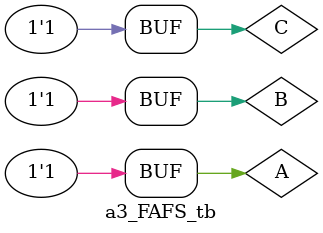
<source format=v>
module myhalfadder (input a, input b, output sum, output carry);
    xor (sum, a, b);
    and (carry, a, b);
endmodule

module myhalfsubtractor (input a, input b, output diff, output borrow);
    wire na;
    not (na , a);
    xor (diff, a, b);
    and (borrow, na, b);
endmodule

module myfulladder (input a, input b, input c, output sum, output carry);
    wire w1, w2, w3; 
    myhalfadder HA1 (.a(a), .b(b), .sum(w2), .carry(w1));
    myhalfadder HA2 (.a(w2), .b(c), .sum(sum), .carry(w3));
    or(carry, w1, w3);
endmodule

module myfullsubtractor (input a, input b, input c, output diff, output borrow);
    wire w1, w2, w3; 
    myhalfsubtractor HS1 (.a(a), .b(b), .diff(w2), .borrow(w1));
    myhalfsubtractor HS2 (.a(w2), .b(c), .diff(diff), .borrow(w3));
    or(borrow, w1, w3);
endmodule

module a3_FAFS_tb();
    reg A, B, C;
    wire sum, carry;
    wire diff, borrow;
    myfulladder FA1 (A, B, C, sum, carry);
    myfullsubtractor FS2 (A, B, C, diff, borrow);

    initial begin
        $dumpfile("a3_FAFS_tb.vcd");
        $dumpvars(0, a3_FAFS_tb);

        A = 0; B = 0; C = 0; #10;
        A = 0; B = 0; C = 1; #10;
        A = 0; B = 1; C = 0; #10;
        A = 0; B = 1; C = 1; #10;
        A = 1; B = 0; C = 0; #10;
        A = 1; B = 0; C = 1; #10;
        A = 1; B = 1; C = 0; #10;
        A = 1; B = 1; C = 1; #10;   
    end
endmodule

</source>
